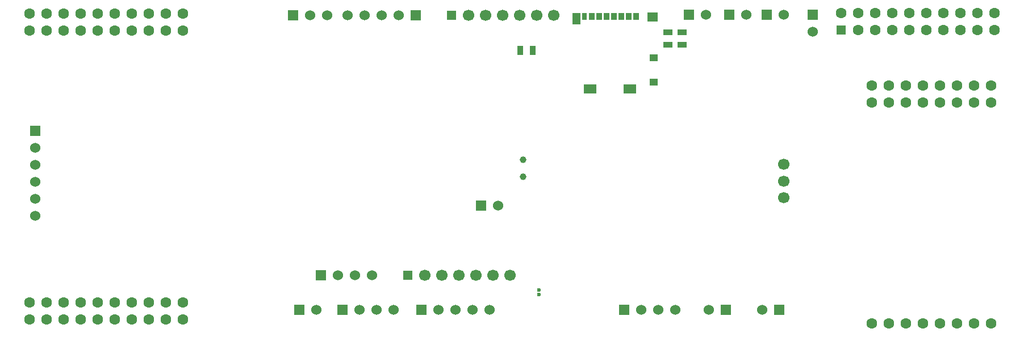
<source format=gbs>
G04 (created by PCBNEW (2013-jul-07)-stable) date Tue 03 Mar 2015 12:58:17 PM EST*
%MOIN*%
G04 Gerber Fmt 3.4, Leading zero omitted, Abs format*
%FSLAX34Y34*%
G01*
G70*
G90*
G04 APERTURE LIST*
%ADD10C,0.00590551*%
%ADD11C,0.0629921*%
%ADD12R,0.0334646X0.0433071*%
%ADD13R,0.0295276X0.0433071*%
%ADD14R,0.0610236X0.0531496*%
%ADD15R,0.0748031X0.0531496*%
%ADD16R,0.046063X0.0708661*%
%ADD17R,0.0472441X0.0393701*%
%ADD18C,0.023622*%
%ADD19R,0.055X0.035*%
%ADD20R,0.035X0.055*%
%ADD21R,0.06X0.06*%
%ADD22C,0.06*%
%ADD23R,0.0551181X0.0551181*%
%ADD24C,0.0669291*%
%ADD25C,0.0393701*%
G04 APERTURE END LIST*
G54D10*
G54D11*
X51000Y-62000D03*
X52000Y-62000D03*
X53000Y-62000D03*
X54000Y-62000D03*
X55000Y-62000D03*
X56000Y-62000D03*
X57000Y-62000D03*
X58000Y-62000D03*
X59000Y-62000D03*
X60000Y-62000D03*
X60000Y-44000D03*
X59000Y-44000D03*
X58000Y-44000D03*
X57000Y-44000D03*
X56000Y-44000D03*
X55000Y-44000D03*
X54000Y-44000D03*
X53000Y-44000D03*
X52000Y-44000D03*
X51000Y-44000D03*
X51000Y-61000D03*
X52000Y-61000D03*
X53000Y-61000D03*
X54000Y-61000D03*
X55000Y-61000D03*
X56000Y-61000D03*
X57000Y-61000D03*
X58000Y-61000D03*
X59000Y-61000D03*
X60000Y-61000D03*
X60000Y-45000D03*
X59000Y-45000D03*
X58000Y-45000D03*
X57000Y-45000D03*
X56000Y-45000D03*
X55000Y-45000D03*
X54000Y-45000D03*
X53000Y-45000D03*
X52000Y-45000D03*
X51000Y-45000D03*
G54D12*
X86572Y-44154D03*
X86139Y-44154D03*
X85706Y-44154D03*
X85273Y-44154D03*
X84840Y-44154D03*
X84407Y-44154D03*
X83974Y-44154D03*
G54D13*
X83560Y-44154D03*
G54D14*
X87540Y-44203D03*
G54D15*
X83881Y-48416D03*
X86231Y-48416D03*
G54D16*
X83084Y-44292D03*
G54D17*
X87621Y-48032D03*
X87621Y-46575D03*
G54D11*
X100437Y-62236D03*
X101437Y-62236D03*
X102437Y-62236D03*
X103437Y-62236D03*
X104437Y-62236D03*
X105437Y-62236D03*
X106437Y-62236D03*
X107437Y-62236D03*
X107437Y-48236D03*
X106437Y-48236D03*
X105437Y-48236D03*
X104437Y-48236D03*
X103437Y-48236D03*
X102437Y-48236D03*
X101437Y-48236D03*
X100437Y-48236D03*
X100437Y-49236D03*
X101437Y-49236D03*
X102437Y-49236D03*
X103437Y-49236D03*
X104437Y-49236D03*
X105437Y-49236D03*
X106437Y-49236D03*
X107437Y-49236D03*
G54D18*
X80900Y-60262D03*
X80900Y-60537D03*
G54D19*
X89300Y-45825D03*
X89300Y-45075D03*
G54D20*
X79775Y-46150D03*
X80525Y-46150D03*
G54D19*
X88450Y-45825D03*
X88450Y-45075D03*
G54D21*
X73653Y-44094D03*
G54D22*
X72653Y-44094D03*
X71653Y-44094D03*
X70653Y-44094D03*
X69653Y-44094D03*
G54D21*
X69366Y-61417D03*
G54D22*
X70366Y-61417D03*
X71366Y-61417D03*
X72366Y-61417D03*
G54D21*
X85901Y-61417D03*
G54D22*
X86901Y-61417D03*
X87901Y-61417D03*
X88901Y-61417D03*
G54D21*
X66822Y-61417D03*
G54D22*
X67822Y-61417D03*
G54D21*
X91838Y-61417D03*
G54D22*
X90838Y-61417D03*
G54D21*
X92050Y-44050D03*
G54D22*
X93050Y-44050D03*
G54D21*
X94988Y-61417D03*
G54D22*
X93988Y-61417D03*
G54D23*
X98610Y-44968D03*
G54D11*
X99610Y-44968D03*
X100610Y-44968D03*
X101610Y-44968D03*
X102610Y-44968D03*
X103610Y-44968D03*
X104610Y-44968D03*
X105610Y-44968D03*
X106610Y-44968D03*
X107610Y-44968D03*
X107610Y-43968D03*
X106610Y-43968D03*
X105610Y-43968D03*
X104610Y-43968D03*
X103610Y-43968D03*
X102610Y-43968D03*
X101610Y-43968D03*
X100610Y-43968D03*
X99610Y-43968D03*
X98610Y-43968D03*
G54D23*
X75740Y-44094D03*
G54D24*
X76740Y-44094D03*
X77740Y-44094D03*
X78740Y-44094D03*
X79740Y-44094D03*
X80740Y-44094D03*
X81740Y-44094D03*
G54D21*
X73984Y-61417D03*
G54D22*
X74984Y-61417D03*
X75984Y-61417D03*
X76984Y-61417D03*
X77984Y-61417D03*
G54D24*
X95255Y-54834D03*
X95255Y-53850D03*
X95255Y-52865D03*
G54D21*
X68100Y-59400D03*
G54D22*
X69100Y-59400D03*
X70100Y-59400D03*
X71100Y-59400D03*
G54D21*
X66450Y-44100D03*
G54D22*
X67450Y-44100D03*
X68450Y-44100D03*
G54D21*
X96950Y-44050D03*
G54D22*
X96950Y-45050D03*
G54D21*
X94250Y-44050D03*
G54D22*
X95250Y-44050D03*
G54D21*
X51330Y-50889D03*
G54D22*
X51330Y-51889D03*
X51330Y-52889D03*
X51330Y-53889D03*
X51330Y-54889D03*
X51330Y-55889D03*
G54D23*
X73200Y-59400D03*
G54D24*
X74200Y-59400D03*
X75200Y-59400D03*
X76200Y-59400D03*
X77200Y-59400D03*
X78200Y-59400D03*
X79200Y-59400D03*
G54D21*
X77500Y-55300D03*
G54D22*
X78500Y-55300D03*
G54D21*
X89700Y-44050D03*
G54D22*
X90700Y-44050D03*
G54D25*
X79962Y-52600D03*
X79962Y-53600D03*
M02*

</source>
